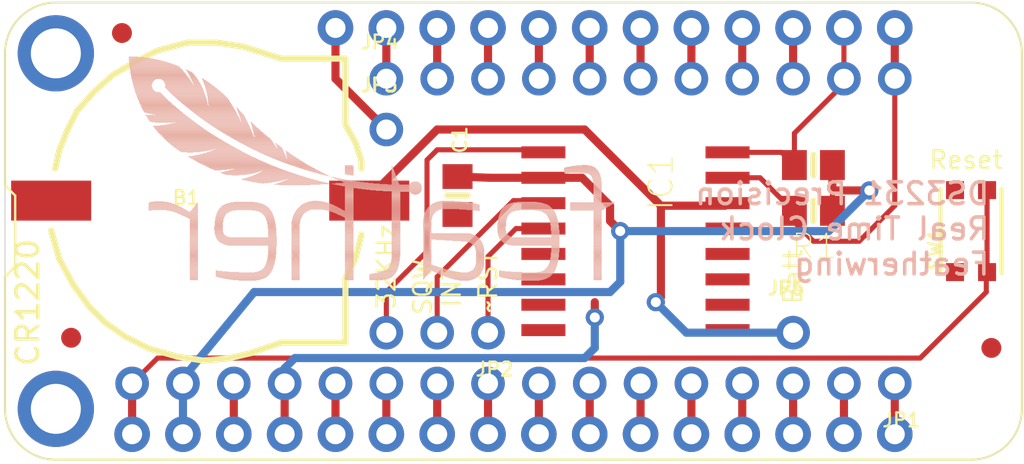
<source format=kicad_pcb>
(kicad_pcb (version 20211014) (generator pcbnew)
  (layers (0 "F.Cu" signal) (1 "In1.Cu" signal) (2 "In2.Cu" signal) (3 "In3.Cu" signal) (4 "In4.Cu" signal) (5 "In5.Cu" signal) (6 "In6.Cu" signal) (7 "In7.Cu" signal) (8 "In8.Cu" signal) (9 "In9.Cu" signal) (10 "In10.Cu" signal) (11 "In11.Cu" signal) (12 "In12.Cu" signal) (13 "In13.Cu" signal) (14 "In14.Cu" signal) (31 "B.Cu" signal) (34 "B.Paste" user) (35 "F.Paste" user) (36 "B.SilkS" user "B.Silkscreen") (37 "F.SilkS" user "F.Silkscreen") (38 "B.Mask" user) (39 "F.Mask" user) (44 "Edge.Cuts" user))
  (net 0 "")
  (net 1 "GND")
  (net 2 "SDA")
  (net 3 "SCL")
  (net 4 "VBAT")
  (net 5 "3.3V")
  (net 6 "N$14")
  (net 7 "USB")
  (net 8 "N$15")
  (net 9 "N$16")
  (net 10 "N$17")
  (net 11 "N$18")
  (net 12 "N$19")
  (net 13 "N$20")
  (net 14 "N$21")
  (net 15 "N$2")
  (net 16 "N$3")
  (net 17 "N$4")
  (net 18 "N$5")
  (net 19 "N$6")
  (net 20 "N$7")
  (net 21 "N$8")
  (net 22 "N$9")
  (net 23 "N$10")
  (net 24 "N$11")
  (net 25 "N$12")
  (net 26 "N$13")
  (net 27 "N$23")
  (net 28 "N$25")
  (net 29 "32KHZ")
  (net 30 "SQW")
  (net 31 "~{RTC_RST}")
  (net 32 "CR1220")
  (footprint "boardEagle:BTN_KMR2_4.6X2.8" (layer "F.Cu") (at 171.3611 105.0036 90)
    (fp_text reference "SW1" (at -2.032 -1.778 90) (layer "F.SilkS") (effects (font (size 0.692831 0.692831) (thickness 0.119969)) (justify left)))
    (fp_text value "KMR2")
    (pad "A" smd rect (at 2.05 -0.8 90) (size 0.9 0.9) (layers "F.Cu" "F.Paste" "F.Mask") (net 1 "GND"))
    (pad "A'" smd rect (at -2.05 -0.8 90) (size 0.9 0.9) (layers "F.Cu" "F.Paste" "F.Mask") (net 1 "GND"))
    (pad "B" smd rect (at 2.05 0.8 90) (size 0.9 0.9) (layers "F.Cu" "F.Paste" "F.Mask") (net 28 "N$25"))
    (pad "B'" smd rect (at -2.05 0.8 90) (size 0.9 0.9) (layers "F.Cu" "F.Paste" "F.Mask") (net 28 "N$25"))
  )
  (footprint "boardEagle:FIDUCIAL_1MM" (layer "F.Cu") (at 126.4031 110.3376)
    (fp_text reference "FID1" hide)
    (fp_text value "FIDUCIAL\"\"" hide)
    (pad "1" smd roundrect (at 0 0) (size 1 1) (layers "F.Cu" "F.Mask") (roundrect_rratio 0.5))
  )
  (footprint "boardEagle:1X16_ROUND" (layer "F.Cu") (at 148.5011 112.6236 180)
    (fp_text reference "JP1" (at -20.3962 -1.8288) (layer "F.SilkS") (effects (font (size 0.692831 0.692831) (thickness 0.119969)) (justify right)))
    (fp_text value "")
    (pad "1" thru_hole circle (at -19.05 0 270) (size 1.6764 1.6764) (drill 1) (layers *.Cu *.Mask) (net 15 "N$2"))
    (pad "2" thru_hole circle (at -16.51 0 270) (size 1.6764 1.6764) (drill 1) (layers *.Cu *.Mask) (net 16 "N$3"))
    (pad "3" thru_hole circle (at -13.97 0 270) (size 1.6764 1.6764) (drill 1) (layers *.Cu *.Mask) (net 17 "N$4"))
    (pad "4" thru_hole circle (at -11.43 0 270) (size 1.6764 1.6764) (drill 1) (layers *.Cu *.Mask) (net 18 "N$5"))
    (pad "5" thru_hole circle (at -8.89 0 270) (size 1.6764 1.6764) (drill 1) (layers *.Cu *.Mask) (net 19 "N$6"))
    (pad "6" thru_hole circle (at -6.35 0 270) (size 1.6764 1.6764) (drill 1) (layers *.Cu *.Mask) (net 20 "N$7"))
    (pad "7" thru_hole circle (at -3.81 0 270) (size 1.6764 1.6764) (drill 1) (layers *.Cu *.Mask) (net 21 "N$8"))
    (pad "8" thru_hole circle (at -1.27 0 270) (size 1.6764 1.6764) (drill 1) (layers *.Cu *.Mask) (net 22 "N$9"))
    (pad "9" thru_hole circle (at 1.27 0 270) (size 1.6764 1.6764) (drill 1) (layers *.Cu *.Mask) (net 23 "N$10"))
    (pad "10" thru_hole circle (at 3.81 0 270) (size 1.6764 1.6764) (drill 1) (layers *.Cu *.Mask) (net 24 "N$11"))
    (pad "11" thru_hole circle (at 6.35 0 270) (size 1.6764 1.6764) (drill 1) (layers *.Cu *.Mask) (net 25 "N$12"))
    (pad "12" thru_hole circle (at 8.89 0 270) (size 1.6764 1.6764) (drill 1) (layers *.Cu *.Mask) (net 26 "N$13"))
    (pad "13" thru_hole circle (at 11.43 0 270) (size 1.6764 1.6764) (drill 1) (layers *.Cu *.Mask) (net 1 "GND"))
    (pad "14" thru_hole circle (at 13.97 0 270) (size 1.6764 1.6764) (drill 1) (layers *.Cu *.Mask) (net 27 "N$23"))
    (pad "15" thru_hole circle (at 16.51 0 270) (size 1.6764 1.6764) (drill 1) (layers *.Cu *.Mask) (net 5 "3.3V"))
    (pad "16" thru_hole circle (at 19.05 0 270) (size 1.6764 1.6764) (drill 1) (layers *.Cu *.Mask) (net 28 "N$25"))
  )
  (footprint "boardEagle:1X11_ROUND" (layer "F.Cu") (at 154.8511 97.3836)
    (fp_text reference "JP4" (at -14.0462 -1.8288) (layer "F.SilkS") (effects (font (size 0.692831 0.692831) (thickness 0.119969)) (justify left)))
    (fp_text value "")
    (pad "1" thru_hole circle (at -12.7 0 90) (size 1.6764 1.6764) (drill 1) (layers *.Cu *.Mask) (net 6 "N$14"))
    (pad "2" thru_hole circle (at -10.16 0 90) (size 1.6764 1.6764) (drill 1) (layers *.Cu *.Mask) (net 7 "USB"))
    (pad "3" thru_hole circle (at -7.62 0 90) (size 1.6764 1.6764) (drill 1) (layers *.Cu *.Mask) (net 8 "N$15"))
    (pad "4" thru_hole circle (at -5.08 0 90) (size 1.6764 1.6764) (drill 1) (layers *.Cu *.Mask) (net 9 "N$16"))
    (pad "5" thru_hole circle (at -2.54 0 90) (size 1.6764 1.6764) (drill 1) (layers *.Cu *.Mask) (net 10 "N$17"))
    (pad "6" thru_hole circle (at 0 0 90) (size 1.6764 1.6764) (drill 1) (layers *.Cu *.Mask) (net 11 "N$18"))
    (pad "7" thru_hole circle (at 2.54 0 90) (size 1.6764 1.6764) (drill 1) (layers *.Cu *.Mask) (net 12 "N$19"))
    (pad "8" thru_hole circle (at 5.08 0 90) (size 1.6764 1.6764) (drill 1) (layers *.Cu *.Mask) (net 13 "N$20"))
    (pad "9" thru_hole circle (at 7.62 0 90) (size 1.6764 1.6764) (drill 1) (layers *.Cu *.Mask) (net 14 "N$21"))
    (pad "10" thru_hole circle (at 10.16 0 90) (size 1.6764 1.6764) (drill 1) (layers *.Cu *.Mask) (net 3 "SCL"))
    (pad "11" thru_hole circle (at 12.7 0 90) (size 1.6764 1.6764) (drill 1) (layers *.Cu *.Mask) (net 2 "SDA"))
  )
  (footprint "boardEagle:SO16W" (layer "F.Cu") (at 154.5971 105.5116 -90)
    (fp_text reference "IC1" (at -4.445 -1.27 90) (layer "F.SilkS") (effects (font (size 1.176528 1.176528) (thickness 0.093472)) (justify right)))
    (fp_text value "DS3231/SO")
    (pad "1" smd rect (at -4.445 4.6 270) (size 0.6 2.2) (layers "F.Cu" "F.Paste" "F.Mask") (net 29 "32KHZ"))
    (pad "2" smd rect (at -3.175 4.6 270) (size 0.6 2.2) (layers "F.Cu" "F.Paste" "F.Mask") (net 5 "3.3V"))
    (pad "3" smd rect (at -1.905 4.6 270) (size 0.6 2.2) (layers "F.Cu" "F.Paste" "F.Mask") (net 30 "SQW"))
    (pad "4" smd rect (at -0.635 4.6 270) (size 0.6 2.2) (layers "F.Cu" "F.Paste" "F.Mask") (net 31 "~{RTC_RST}"))
    (pad "5" smd rect (at 0.635 4.6 270) (size 0.6 2.2) (layers "F.Cu" "F.Paste" "F.Mask"))
    (pad "6" smd rect (at 1.905 4.6 270) (size 0.6 2.2) (layers "F.Cu" "F.Paste" "F.Mask"))
    (pad "7" smd rect (at 3.175 4.6 270) (size 0.6 2.2) (layers "F.Cu" "F.Paste" "F.Mask"))
    (pad "8" smd rect (at 4.445 4.6 270) (size 0.6 2.2) (layers "F.Cu" "F.Paste" "F.Mask"))
    (pad "9" smd rect (at 4.445 -4.6 270) (size 0.6 2.2) (layers "F.Cu" "F.Paste" "F.Mask"))
    (pad "10" smd rect (at 3.175 -4.6 270) (size 0.6 2.2) (layers "F.Cu" "F.Paste" "F.Mask"))
    (pad "11" smd rect (at 1.905 -4.6 270) (size 0.6 2.2) (layers "F.Cu" "F.Paste" "F.Mask"))
    (pad "12" smd rect (at 0.635 -4.6 270) (size 0.6 2.2) (layers "F.Cu" "F.Paste" "F.Mask"))
    (pad "13" smd rect (at -0.635 -4.6 270) (size 0.6 2.2) (layers "F.Cu" "F.Paste" "F.Mask") (net 1 "GND"))
    (pad "14" smd rect (at -1.905 -4.6 270) (size 0.6 2.2) (layers "F.Cu" "F.Paste" "F.Mask") (net 32 "CR1220"))
    (pad "15" smd rect (at -3.175 -4.6 270) (size 0.6 2.2) (layers "F.Cu" "F.Paste" "F.Mask") (net 2 "SDA"))
    (pad "16" smd rect (at -4.445 -4.6 270) (size 0.6 2.2) (layers "F.Cu" "F.Paste" "F.Mask") (net 3 "SCL"))
  )
  (footprint "boardEagle:1X01_ROUND" (layer "F.Cu") (at 142.1511 99.9236)
    (fp_text reference "JP3" (at -1.3462 -1.8288) (layer "F.SilkS") (effects (font (size 0.666496 0.666496) (thickness 0.146304)) (justify left bottom)))
    (fp_text value "")
    (pad "1" thru_hole circle (at 0 0 90) (size 1.6764 1.6764) (drill 1) (layers *.Cu *.Mask) (net 4 "VBAT"))
  )
  (footprint "boardEagle:1X01_ROUND" (layer "F.Cu") (at 162.4711 110.0836)
    (fp_text reference "JP5" (at -1.3462 -1.8288) (layer "F.SilkS") (effects (font (size 0.666496 0.666496) (thickness 0.146304)) (justify left bottom)))
    (fp_text value "")
    (pad "1" thru_hole circle (at 0 0 90) (size 1.6764 1.6764) (drill 1) (layers *.Cu *.Mask) (net 32 "CR1220"))
  )
  (footprint "boardEagle:FIDUCIAL_1MM" (layer "F.Cu") (at 172.3771 110.8456)
    (fp_text reference "FID3" hide)
    (fp_text value "FIDUCIAL\"\"" hide)
    (pad "1" smd roundrect (at 0 0) (size 1 1) (layers "F.Cu" "F.Mask") (roundrect_rratio 0.5))
  )
  (footprint "boardEagle:0805-NO" (layer "F.Cu") (at 163.4871 101.7016 180)
    (fp_text reference "R2" hide)
    (fp_text value "10K")
    (pad "1" smd rect (at -0.95 0 180) (size 1.24 1.5) (layers "F.Cu" "F.Paste" "F.Mask") (net 5 "3.3V"))
    (pad "2" smd rect (at 0.95 0 180) (size 1.24 1.5) (layers "F.Cu" "F.Paste" "F.Mask") (net 3 "SCL"))
  )
  (footprint "boardEagle:MICROSHIELD_DIM" (layer "F.Cu") (at 123.1011 116.4336)
    (fp_text reference "MS1" hide)
    (fp_text value "MICROSHIELD_NODIM" hide)
    (pad "" np_thru_hole circle (at 48.514 -2.286) (size 2.54 2.54) (drill 2.54) (layers *.Cu *.Mask))
    (pad "" np_thru_hole circle (at 48.26 -20.32) (size 2.54 2.54) (drill 2.54) (layers *.Cu *.Mask))
    (pad "1" thru_hole circle (at 6.35 -1.27) (size 1.778 1.778) (drill 1) (layers *.Cu *.Mask) (net 28 "N$25"))
    (pad "2" thru_hole circle (at 8.89 -1.27) (size 1.778 1.778) (drill 1) (layers *.Cu *.Mask) (net 5 "3.3V"))
    (pad "3" thru_hole circle (at 11.43 -1.27) (size 1.778 1.778) (drill 1) (layers *.Cu *.Mask) (net 27 "N$23"))
    (pad "4" thru_hole circle (at 13.97 -1.27) (size 1.778 1.778) (drill 1) (layers *.Cu *.Mask) (net 1 "GND"))
    (pad "5" thru_hole circle (at 16.51 -1.27) (size 1.778 1.778) (drill 1) (layers *.Cu *.Mask) (net 26 "N$13"))
    (pad "6" thru_hole circle (at 19.05 -1.27) (size 1.778 1.778) (drill 1) (layers *.Cu *.Mask) (net 25 "N$12"))
    (pad "7" thru_hole circle (at 21.59 -1.27) (size 1.778 1.778) (drill 1) (layers *.Cu *.Mask) (net 24 "N$11"))
    (pad "8" thru_hole circle (at 24.13 -1.27) (size 1.778 1.778) (drill 1) (layers *.Cu *.Mask) (net 23 "N$10"))
    (pad "9" thru_hole circle (at 26.67 -1.27) (size 1.778 1.778) (drill 1) (layers *.Cu *.Mask) (net 22 "N$9"))
    (pad "10" thru_hole circle (at 29.21 -1.27) (size 1.778 1.778) (drill 1) (layers *.Cu *.Mask) (net 21 "N$8"))
    (pad "11" thru_hole circle (at 31.75 -1.27) (size 1.778 1.778) (drill 1) (layers *.Cu *.Mask) (net 20 "N$7"))
    (pad "12" thru_hole circle (at 34.29 -1.27) (size 1.778 1.778) (drill 1) (layers *.Cu *.Mask) (net 19 "N$6"))
    (pad "13" thru_hole circle (at 36.83 -1.27) (size 1.778 1.778) (drill 1) (layers *.Cu *.Mask) (net 18 "N$5"))
    (pad "14" thru_hole circle (at 39.37 -1.27) (size 1.778 1.778) (drill 1) (layers *.Cu *.Mask) (net 17 "N$4"))
    (pad "15" thru_hole circle (at 41.91 -1.27) (size 1.778 1.778) (drill 1) (layers *.Cu *.Mask) (net 16 "N$3"))
    (pad "16" thru_hole circle (at 44.45 -1.27) (size 1.778 1.778) (drill 1) (layers *.Cu *.Mask) (net 15 "N$2"))
    (pad "17" thru_hole circle (at 44.45 -21.59) (size 1.778 1.778) (drill 1) (layers *.Cu *.Mask) (net 2 "SDA"))
    (pad "18" thru_hole circle (at 41.91 -21.59) (size 1.778 1.778) (drill 1) (layers *.Cu *.Mask) (net 3 "SCL"))
    (pad "19" thru_hole circle (at 39.37 -21.59) (size 1.778 1.778) (drill 1) (layers *.Cu *.Mask) (net 14 "N$21"))
    (pad "20" thru_hole circle (at 36.83 -21.59) (size 1.778 1.778) (drill 1) (layers *.Cu *.Mask) (net 13 "N$20"))
    (pad "21" thru_hole circle (at 34.29 -21.59) (size 1.778 1.778) (drill 1) (layers *.Cu *.Mask) (net 12 "N$19"))
    (pad "22" thru_hole circle (at 31.75 -21.59) (size 1.778 1.778) (drill 1) (layers *.Cu *.Mask) (net 11 "N$18"))
    (pad "23" thru_hole circle (at 29.21 -21.59) (size 1.778 1.778) (drill 1) (layers *.Cu *.Mask) (net 10 "N$17"))
    (pad "24" thru_hole circle (at 26.67 -21.59) (size 1.778 1.778) (drill 1) (layers *.Cu *.Mask) (net 9 "N$16"))
    (pad "25" thru_hole circle (at 24.13 -21.59) (size 1.778 1.778) (drill 1) (layers *.Cu *.Mask) (net 8 "N$15"))
    (pad "26" thru_hole circle (at 21.59 -21.59) (size 1.778 1.778) (drill 1) (layers *.Cu *.Mask) (net 7 "USB"))
    (pad "27" thru_hole circle (at 19.05 -21.59) (size 1.778 1.778) (drill 1) (layers *.Cu *.Mask) (net 6 "N$14"))
    (pad "28" thru_hole circle (at 16.51 -21.59) (size 1.778 1.778) (drill 1) (layers *.Cu *.Mask) (net 4 "VBAT"))
    (pad "P$1" thru_hole circle (at 2.54 -20.32) (size 3.81 3.81) (drill 2.5) (layers *.Cu *.Mask))
    (pad "P$2" thru_hole circle (at 2.54 -2.54) (size 3.81 3.81) (drill 2.5) (layers *.Cu *.Mask))
  )
  (footprint "boardEagle:0805-NO" (layer "F.Cu") (at 145.7071 103.2256 90)
    (fp_text reference "C1" (at 2.032 0.127 90) (layer "F.SilkS") (effects (font (size 0.692831 0.692831) (thickness 0.119969)) (justify left)))
    (fp_text value "1uF")
    (pad "1" smd rect (at -0.95 0 90) (size 1.24 1.5) (layers "F.Cu" "F.Paste" "F.Mask") (net 1 "GND"))
    (pad "2" smd rect (at 0.95 0 90) (size 1.24 1.5) (layers "F.Cu" "F.Paste" "F.Mask") (net 5 "3.3V"))
  )
  (footprint "boardEagle:CR1220-2" (layer "F.Cu") (at 133.0071 103.4796)
    (fp_text reference "B1" (at -1.602 -0.14) (layer "F.SilkS") (effects (font (size 0.692831 0.692831) (thickness 0.119969)) (justify left)))
    (fp_text value "CR1220")
    (pad "" np_thru_hole circle (at -3.5 0) (size 1.5 1.5) (drill 1.5) (layers *.Cu *.Mask))
    (pad "" np_thru_hole circle (at 3.95 0) (size 1.5 1.5) (drill 1.5) (layers *.Cu *.Mask))
    (pad "+" smd rect (at 8.29 0) (size 4 2) (layers "F.Cu" "F.Paste" "F.Mask") (net 32 "CR1220"))
    (pad "-" smd rect (at -7.6 0) (size 4 2) (layers "F.Cu" "F.Paste" "F.Mask") (net 1 "GND"))
  )
  (footprint "boardEagle:0805-NO" (layer "F.Cu") (at 163.4871 103.9876 180)
    (fp_text reference "R1" (at -1.27 -1.778) (layer "F.SilkS") (effects (font (size 1.20335 1.20335) (thickness 0.06665)) (justify right)))
    (fp_text value "10K")
    (pad "1" smd rect (at -0.95 0 180) (size 1.24 1.5) (layers "F.Cu" "F.Paste" "F.Mask") (net 5 "3.3V"))
    (pad "2" smd rect (at 0.95 0 180) (size 1.24 1.5) (layers "F.Cu" "F.Paste" "F.Mask") (net 2 "SDA"))
  )
  (footprint "boardEagle:1X03_ROUND" (layer "F.Cu") (at 144.6911 110.0836 180)
    (fp_text reference "JP2" (at -3.8862 -1.8288) (layer "F.SilkS") (effects (font (size 0.692831 0.692831) (thickness 0.119969)) (justify right)))
    (fp_text value "")
    (pad "1" thru_hole circle (at -2.54 0 270) (size 1.6764 1.6764) (drill 1) (layers *.Cu *.Mask) (net 31 "~{RTC_RST}"))
    (pad "2" thru_hole circle (at 0 0 270) (size 1.6764 1.6764) (drill 1) (layers *.Cu *.Mask) (net 30 "SQW"))
    (pad "3" thru_hole circle (at 2.54 0 270) (size 1.6764 1.6764) (drill 1) (layers *.Cu *.Mask) (net 29 "32KHZ"))
  )
  (footprint "boardEagle:FIDUCIAL_1MM" (layer "F.Cu") (at 128.9431 95.0976)
    (fp_text reference "FID2" hide)
    (fp_text value "FIDUCIAL\"\"" hide)
    (pad "1" smd roundrect (at 0 0) (size 1 1) (layers "F.Cu" "F.Mask") (roundrect_rratio 0.5))
  )
  (footprint "boardEagle:FEATHERLOGO" (layer "B.Cu") (at 153.5811 107.5436 180)
    (fp_text reference "U$6" hide)
    (fp_text value "" hide)
  )
  (gr_line (start 125.6411 93.5736) (end 171.3611 93.5736) (layer "Edge.Cuts") (width 0.05))
  (gr_line (start 173.9011 96.1136) (end 173.9011 113.8936) (layer "Edge.Cuts") (width 0.05))
  (gr_arc (start 173.9011 113.8936) (mid 173.157151 115.689651) (end 171.3611 116.4336) (layer "Edge.Cuts") (width 0.05))
  (gr_line (start 171.3611 116.4336) (end 125.6411 116.4336) (layer "Edge.Cuts") (width 0.05))
  (gr_line (start 123.1011 113.8936) (end 123.1011 96.1136) (layer "Edge.Cuts") (width 0.05))
  (gr_arc (start 123.1011 96.1136) (mid 123.845049 94.317549) (end 125.6411 93.5736) (layer "Edge.Cuts") (width 0.05))
  (gr_arc (start 171.3611 93.5736) (mid 173.157151 94.317549) (end 173.9011 96.1136) (layer "Edge.Cuts") (width 0.05))
  (gr_arc (start 125.6411 116.4336) (mid 123.845049 115.689651) (end 123.1011 113.8936) (layer "Edge.Cuts") (width 0.05))
  (gr_text "DS3231 Precision\nReal Time Clock\nFeatherwing" (at 172.3771 107.2896) (layer "B.SilkS") (effects (font (size 1.0922 1.0922) (thickness 0.1778)) (justify left bottom mirror)))
  (gr_text "32KHz" (at 142.1511 106.7816 90) (layer "F.SilkS") (effects (font (size 0.89408 0.89408) (thickness 0.12192))))
  (gr_text "SQW\nINT" (at 144.6911 107.7976 90) (layer "F.SilkS") (effects (font (size 0.89408 0.89408) (thickness 0.12192))))
  (gr_text "CR1220" (at 124.8791 111.8616 90) (layer "F.SilkS") (effects (font (size 1.0922 1.0922) (thickness 0.1778)) (justify left bottom)))
  (gr_text "Reset" (at 171.1071 101.4476) (layer "F.SilkS") (effects (font (size 0.89408 0.89408) (thickness 0.12192))))
  (gr_text "Batt" (at 162.4711 107.2896 90) (layer "F.SilkS") (effects (font (size 0.89408 0.89408) (thickness 0.12192))))
  (gr_text "~RST" (at 147.2311 107.5436 90) (layer "F.SilkS") (effects (font (size 0.89408 0.89408) (thickness 0.12192))))
  (segment (start 152.5651 109.3216) (end 152.5651 108.5596) (width 0.4064) (layer "F.Cu") (net 1))
  (segment (start 137.0711 112.6236) (end 137.0711 115.1636) (width 0.4064) (layer "F.Cu") (net 1))
  (via (at 152.5651 109.3216) (size 0.9064) (drill 0.5) (layers "F.Cu" "B.Cu") (net 1))
  (segment (start 152.5651 110.8456) (end 152.5651 109.3216) (width 0.4064) (layer "B.Cu") (net 1))
  (segment (start 137.0711 112.6236) (end 137.0711 111.8616) (width 0.4064) (layer "B.Cu") (net 1))
  (segment (start 137.0711 111.8616) (end 137.5791 111.3536) (width 0.4064) (layer "B.Cu") (net 1))
  (segment (start 152.0571 111.3536) (end 152.5651 110.8456) (width 0.4064) (layer "B.Cu") (net 1))
  (segment (start 137.5791 111.3536) (end 152.0571 111.3536) (width 0.4064) (layer "B.Cu") (net 1))
  (segment (start 160.8201 102.3366) (end 162.4711 103.9876) (width 0.254) (layer "F.Cu") (net 2))
  (segment (start 163.4871 105.5116) (end 165.7731 105.5116) (width 0.254) (layer "F.Cu") (net 2))
  (segment (start 159.1971 102.3366) (end 160.8201 102.3366) (width 0.254) (layer "F.Cu") (net 2))
  (segment (start 162.5371 103.9876) (end 162.5371 104.5616) (width 0.254) (layer "F.Cu") (net 2))
  (segment (start 167.5511 94.8436) (end 167.5511 97.3836) (width 0.4064) (layer "F.Cu") (net 2))
  (segment (start 162.5371 104.5616) (end 163.4871 105.5116) (width 0.254) (layer "F.Cu") (net 2))
  (segment (start 165.7731 105.5116) (end 167.5511 103.7336) (width 0.254) (layer "F.Cu") (net 2))
  (segment (start 162.4711 103.9876) (end 162.5371 103.9876) (width 0.254) (layer "F.Cu") (net 2))
  (segment (start 167.5511 103.7336) (end 167.5511 97.3836) (width 0.254) (layer "F.Cu") (net 2))
  (segment (start 162.5371 100.1116) (end 165.0111 97.6376) (width 0.254) (layer "F.Cu") (net 3))
  (segment (start 159.1971 101.0666) (end 161.9021 101.0666) (width 0.254) (layer "F.Cu") (net 3))
  (segment (start 161.9021 101.0666) (end 162.5371 101.7016) (width 0.254) (layer "F.Cu") (net 3))
  (segment (start 165.0111 97.3836) (end 165.0111 94.8436) (width 0.254) (layer "F.Cu") (net 3))
  (segment (start 165.0111 97.3836) (end 165.0111 97.6376) (width 0.254) (layer "F.Cu") (net 3))
  (segment (start 162.5371 101.7016) (end 162.5371 100.1116) (width 0.254) (layer "F.Cu") (net 3))
  (segment (start 139.6111 94.8436) (end 139.6111 97.3836) (width 0.4064) (layer "F.Cu") (net 4))
  (segment (start 139.6111 97.3836) (end 142.1511 99.9236) (width 0.4064) (layer "F.Cu") (net 4))
  (segment (start 151.9301 102.3366) (end 153.3271 103.7336) (width 0.4064) (layer "F.Cu") (net 5))
  (segment (start 164.4371 102.9716) (end 164.4371 101.7016) (width 0.4064) (layer "F.Cu") (net 5))
  (segment (start 166.2811 102.9716) (end 164.4371 102.9716) (width 0.4064) (layer "F.Cu") (net 5))
  (segment (start 149.9971 102.3366) (end 151.9301 102.3366) (width 0.4064) (layer "F.Cu") (net 5))
  (segment (start 149.9971 102.3366) (end 147.2921 102.3366) (width 0.4064) (layer "F.Cu") (net 5))
  (segment (start 147.2921 102.3366) (end 145.7071 102.2756) (width 0.4064) (layer "F.Cu") (net 5))
  (segment (start 164.4371 103.9876) (end 164.4371 101.7016) (width 0.254) (layer "F.Cu") (net 5))
  (segment (start 153.3271 103.7336) (end 153.3271 104.4956) (width 0.4064) (layer "F.Cu") (net 5))
  (segment (start 153.3271 104.4956) (end 153.8351 105.0036) (width 0.4064) (layer "F.Cu") (net 5))
  (via (at 153.8351 105.0036) (size 0.9064) (drill 0.5) (layers "F.Cu" "B.Cu") (net 5))
  (via (at 166.2811 102.9716) (size 0.9064) (drill 0.5) (layers "F.Cu" "B.Cu") (net 5))
  (segment (start 135.5471 108.0516) (end 153.3271 108.0516) (width 0.4064) (layer "B.Cu") (net 5))
  (segment (start 131.9911 115.1636) (end 131.9911 112.6236) (width 0.4064) (layer "B.Cu") (net 5))
  (segment (start 153.8351 105.0036) (end 164.2491 105.0036) (width 0.4064) (layer "B.Cu") (net 5))
  (segment (start 131.9911 112.3696) (end 135.5471 108.0516) (width 0.4064) (layer "B.Cu") (net 5))
  (segment (start 153.8351 107.5436) (end 153.8351 105.0036) (width 0.4064) (layer "B.Cu") (net 5))
  (segment (start 164.2491 105.0036) (end 166.2811 102.9716) (width 0.4064) (layer "B.Cu") (net 5))
  (segment (start 153.3271 108.0516) (end 153.8351 107.5436) (width 0.4064) (layer "B.Cu") (net 5))
  (segment (start 131.9911 112.6236) (end 131.9911 112.3696) (width 0.4064) (layer "B.Cu") (net 5))
  (segment (start 142.1511 94.8436) (end 142.1511 97.3836) (width 0.4064) (layer "F.Cu") (net 6))
  (segment (start 144.6911 97.3836) (end 144.6911 94.8436) (width 0.4064) (layer "F.Cu") (net 7))
  (segment (start 147.2311 94.8436) (end 147.2311 97.3836) (width 0.4064) (layer "F.Cu") (net 8))
  (segment (start 149.7711 97.3836) (end 149.7711 94.8436) (width 0.4064) (layer "F.Cu") (net 9))
  (segment (start 152.3111 94.8436) (end 152.3111 97.3836) (width 0.4064) (layer "F.Cu") (net 10))
  (segment (start 154.8511 97.3836) (end 154.8511 94.8436) (width 0.4064) (layer "F.Cu") (net 11))
  (segment (start 157.3911 94.8436) (end 157.3911 97.3836) (width 0.4064) (layer "F.Cu") (net 12))
  (segment (start 159.9311 97.3836) (end 159.9311 94.8436) (width 0.4064) (layer "F.Cu") (net 13))
  (segment (start 162.4711 94.8436) (end 162.4711 97.3836) (width 0.4064) (layer "F.Cu") (net 14))
  (segment (start 167.5511 112.6236) (end 167.5511 115.1636) (width 0.4064) (layer "F.Cu") (net 15))
  (segment (start 165.0111 115.1636) (end 165.0111 112.6236) (width 0.4064) (layer "F.Cu") (net 16))
  (segment (start 162.4711 115.1636) (end 162.4711 112.6236) (width 0.4064) (layer "F.Cu") (net 17))
  (segment (start 159.9311 112.6236) (end 159.9311 115.1636) (width 0.4064) (layer "F.Cu") (net 18))
  (segment (start 157.3911 112.6236) (end 157.3911 115.1636) (width 0.4064) (layer "F.Cu") (net 19))
  (segment (start 154.8511 115.1636) (end 154.8511 112.6236) (width 0.4064) (layer "F.Cu") (net 20))
  (segment (start 152.3111 112.6236) (end 152.3111 115.1636) (width 0.4064) (layer "F.Cu") (net 21))
  (segment (start 149.7711 115.1636) (end 149.7711 112.6236) (width 0.4064) (layer "F.Cu") (net 22))
  (segment (start 147.2311 112.6236) (end 147.2311 115.1636) (width 0.4064) (layer "F.Cu") (net 23))
  (segment (start 144.6911 115.1636) (end 144.6911 112.6236) (width 0.4064) (layer "F.Cu") (net 24))
  (segment (start 142.1511 112.6236) (end 142.1511 115.1636) (width 0.4064) (layer "F.Cu") (net 25))
  (segment (start 139.6111 115.1636) (end 139.6111 112.6236) (width 0.4064) (layer "F.Cu") (net 26))
  (segment (start 134.5311 115.1636) (end 134.5311 112.6236) (width 0.4064) (layer "F.Cu") (net 27))
  (segment (start 168.8211 111.3536) (end 172.1231 108.0516) (width 0.254) (layer "F.Cu") (net 28))
  (segment (start 129.4511 112.6236) (end 130.7211 111.3536) (width 0.254) (layer "F.Cu") (net 28))
  (segment (start 172.1611 107.0536) (end 172.1611 102.9536) (width 0.254) (layer "F.Cu") (net 28))
  (segment (start 129.4511 115.1636) (end 129.4511 112.6236) (width 0.4064) (layer "F.Cu") (net 28))
  (segment (start 130.7211 111.3536) (end 168.8211 111.3536) (width 0.254) (layer "F.Cu") (net 28))
  (segment (start 172.1231 107.0916) (end 172.1611 107.0536) (width 0.254) (layer "F.Cu") (net 28))
  (segment (start 172.1231 108.0516) (end 172.1231 107.0916) (width 0.254) (layer "F.Cu") (net 28))
  (segment (start 144.6911 100.9396) (end 149.8701 100.9396) (width 0.254) (layer "F.Cu") (net 29))
  (segment (start 144.1831 101.4476) (end 144.6911 100.9396) (width 0.254) (layer "F.Cu") (net 29))
  (segment (start 144.1831 106.0196) (end 144.1831 101.4476) (width 0.254) (layer "F.Cu") (net 29))
  (segment (start 142.1511 110.0836) (end 142.1511 108.0516) (width 0.254) (layer "F.Cu") (net 29))
  (segment (start 149.8701 100.9396) (end 149.9971 101.0666) (width 0.254) (layer "F.Cu") (net 29))
  (segment (start 142.1511 108.0516) (end 144.1831 106.0196) (width 0.254) (layer "F.Cu") (net 29))
  (segment (start 144.6911 107.2896) (end 148.5011 103.4796) (width 0.254) (layer "F.Cu") (net 30))
  (segment (start 144.6911 110.0836) (end 144.6911 107.2896) (width 0.254) (layer "F.Cu") (net 30))
  (segment (start 149.8701 103.4796) (end 149.9971 103.6066) (width 0.254) (layer "F.Cu") (net 30))
  (segment (start 148.5011 103.4796) (end 149.8701 103.4796) (width 0.254) (layer "F.Cu") (net 30))
  (segment (start 147.2311 110.0836) (end 147.2311 106.2736) (width 0.254) (layer "F.Cu") (net 31))
  (segment (start 148.6281 104.8766) (end 149.9971 104.8766) (width 0.254) (layer "F.Cu") (net 31))
  (segment (start 147.2311 106.2736) (end 148.6281 104.8766) (width 0.254) (layer "F.Cu") (net 31))
  (segment (start 155.8671 103.7336) (end 159.0701 103.7336) (width 0.4064) (layer "F.Cu") (net 32))
  (segment (start 141.8051 102.8096) (end 144.6911 99.9236) (width 0.4064) (layer "F.Cu") (net 32))
  (segment (start 141.2971 103.4796) (end 141.8051 102.8096) (width 0.4064) (layer "F.Cu") (net 32))
  (segment (start 155.6131 108.5596) (end 155.8671 108.3056) (width 0.4064) (layer "F.Cu") (net 32))
  (segment (start 155.8671 108.3056) (end 155.8671 103.7336) (width 0.4064) (layer "F.Cu") (net 32))
  (segment (start 144.6911 99.9236) (end 152.0571 99.9236) (width 0.4064) (layer "F.Cu") (net 32))
  (segment (start 152.0571 99.9236) (end 155.8671 103.7336) (width 0.4064) (layer "F.Cu") (net 32))
  (segment (start 159.0701 103.7336) (end 159.1971 103.6066) (width 0.4064) (layer "F.Cu") (net 32))
  (via (at 155.6131 108.5596) (size 0.9064) (drill 0.5) (layers "F.Cu" "B.Cu") (net 32))
  (segment (start 162.4711 110.0836) (end 157.1371 110.0836) (width 0.4064) (layer "B.Cu") (net 32))
  (segment (start 157.1371 110.0836) (end 155.6131 108.5596) (width 0.4064) (layer "B.Cu") (net 32))
)
</source>
